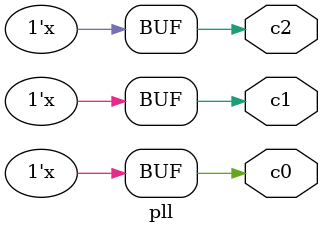
<source format=v>

`timescale 1 ns / 100 ps

module pll (
	output reg c0 = 0,
	output reg c1 = 1,
	output reg c2 = 0
);

always #2 c0 = ~c0; // Faked as 250 MHz
always #20 c1 = ~c1; // Faked as 25 MHz
always #10417 c2 = ~c2;

endmodule

</source>
